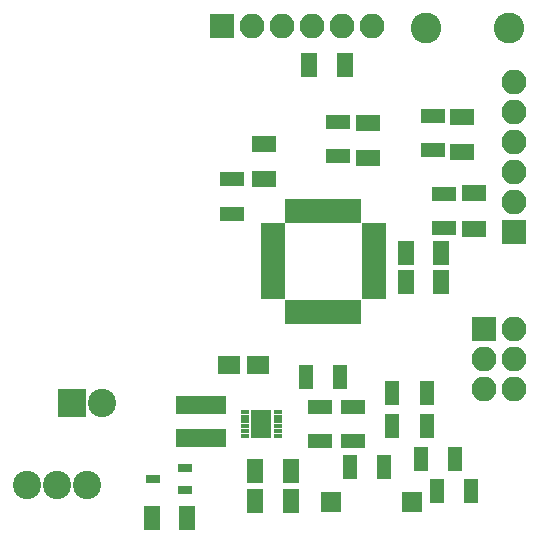
<source format=gts>
%TF.GenerationSoftware,KiCad,Pcbnew,4.0.7*%
%TF.CreationDate,2018-10-18T17:54:17-04:00*%
%TF.ProjectId,GCEW_Glove,474345575F476C6F76652E6B69636164,1*%
%TF.FileFunction,Soldermask,Top*%
%FSLAX46Y46*%
G04 Gerber Fmt 4.6, Leading zero omitted, Abs format (unit mm)*
G04 Created by KiCad (PCBNEW 4.0.7) date 10/18/18 17:54:17*
%MOMM*%
%LPD*%
G01*
G04 APERTURE LIST*
%ADD10C,0.100000*%
%ADD11R,1.820000X2.340000*%
%ADD12R,0.740000X0.340000*%
%ADD13R,2.400000X2.400000*%
%ADD14C,2.400000*%
%ADD15R,1.400000X2.000000*%
%ADD16R,1.900000X1.650000*%
%ADD17R,2.000000X1.400000*%
%ADD18R,2.100000X2.100000*%
%ADD19O,2.100000X2.100000*%
%ADD20R,4.300000X1.600000*%
%ADD21R,1.300000X2.100000*%
%ADD22R,2.100000X1.300000*%
%ADD23C,2.600000*%
%ADD24R,1.190000X0.740000*%
%ADD25R,2.000000X0.950000*%
%ADD26R,0.950000X2.000000*%
%ADD27R,0.850000X0.850000*%
G04 APERTURE END LIST*
D10*
D11*
X154500000Y-136500000D03*
D12*
X153100000Y-135500000D03*
X153100000Y-135900000D03*
X153100000Y-136300000D03*
X153100000Y-136700000D03*
X153100000Y-137100000D03*
X153100000Y-137500000D03*
X155900000Y-137500000D03*
X155900000Y-137100000D03*
X155900000Y-136700000D03*
X155900000Y-136300000D03*
X155900000Y-135900000D03*
X155900000Y-135500000D03*
D13*
X138480000Y-134770000D03*
D14*
X141020000Y-134770000D03*
D15*
X145200000Y-144500000D03*
X148200000Y-144500000D03*
X157000000Y-140500000D03*
X154000000Y-140500000D03*
X157000000Y-143000000D03*
X154000000Y-143000000D03*
D16*
X151750000Y-131500000D03*
X154250000Y-131500000D03*
D15*
X166750000Y-122000000D03*
X169750000Y-122000000D03*
X169750000Y-124500000D03*
X166750000Y-124500000D03*
D17*
X154725000Y-112800000D03*
X154725000Y-115800000D03*
D15*
X158575000Y-106150000D03*
X161575000Y-106150000D03*
D17*
X172500000Y-117000000D03*
X172500000Y-120000000D03*
X171500000Y-113500000D03*
X171500000Y-110500000D03*
X163500000Y-114000000D03*
X163500000Y-111000000D03*
D18*
X173350000Y-128500000D03*
D19*
X175890000Y-128500000D03*
X173350000Y-131040000D03*
X175890000Y-131040000D03*
X173350000Y-133580000D03*
X175890000Y-133580000D03*
D18*
X175900000Y-120275000D03*
D19*
X175900000Y-117735000D03*
X175900000Y-115195000D03*
X175900000Y-112655000D03*
X175900000Y-110115000D03*
X175900000Y-107575000D03*
D20*
X149400000Y-134900000D03*
X149400000Y-137700000D03*
D21*
X172275000Y-142225000D03*
X169375000Y-142225000D03*
X161200000Y-132500000D03*
X158300000Y-132500000D03*
X170875000Y-139450000D03*
X167975000Y-139450000D03*
X168500000Y-136675000D03*
X165600000Y-136675000D03*
X168500000Y-133925000D03*
X165600000Y-133925000D03*
D22*
X159500000Y-137950000D03*
X159500000Y-135050000D03*
X162250000Y-137950000D03*
X162250000Y-135050000D03*
D21*
X162025000Y-140150000D03*
X164925000Y-140150000D03*
D22*
X152025000Y-118700000D03*
X152025000Y-115800000D03*
X170000000Y-117050000D03*
X170000000Y-119950000D03*
X169000000Y-113350000D03*
X169000000Y-110450000D03*
X161000000Y-113850000D03*
X161000000Y-110950000D03*
D14*
X137200000Y-141700000D03*
X139740000Y-141700000D03*
X134660000Y-141700000D03*
D23*
X168475000Y-103000000D03*
X175475000Y-103000000D03*
D24*
X145350000Y-141200000D03*
X148050000Y-140250000D03*
X148050000Y-142150000D03*
D25*
X155500000Y-119950000D03*
X155500000Y-120750000D03*
X155500000Y-121550000D03*
X155500000Y-122350000D03*
X155500000Y-123150000D03*
X155500000Y-123950000D03*
X155500000Y-124750000D03*
X155500000Y-125550000D03*
D26*
X156950000Y-127000000D03*
X157750000Y-127000000D03*
X158550000Y-127000000D03*
X159350000Y-127000000D03*
X160150000Y-127000000D03*
X160950000Y-127000000D03*
X161750000Y-127000000D03*
X162550000Y-127000000D03*
D25*
X164000000Y-125550000D03*
X164000000Y-124750000D03*
X164000000Y-123950000D03*
X164000000Y-123150000D03*
X164000000Y-122350000D03*
X164000000Y-121550000D03*
X164000000Y-120750000D03*
X164000000Y-119950000D03*
D26*
X162550000Y-118500000D03*
X161750000Y-118500000D03*
X160950000Y-118500000D03*
X160150000Y-118500000D03*
X159350000Y-118500000D03*
X158550000Y-118500000D03*
X157750000Y-118500000D03*
X156950000Y-118500000D03*
D18*
X151175000Y-102800000D03*
D19*
X153715000Y-102800000D03*
X156255000Y-102800000D03*
X158795000Y-102800000D03*
X161335000Y-102800000D03*
X163875000Y-102800000D03*
D27*
X166800000Y-143575000D03*
X166800000Y-142725000D03*
X167650000Y-142725000D03*
X167650000Y-143575000D03*
X160000000Y-143575000D03*
X160000000Y-142725000D03*
X160850000Y-142725000D03*
X160850000Y-143575000D03*
M02*

</source>
